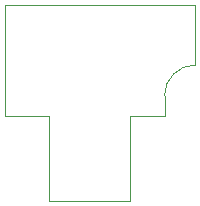
<source format=gbr>
%TF.GenerationSoftware,KiCad,Pcbnew,(5.1.6-0-10_14)*%
%TF.CreationDate,2021-01-18T11:29:05-08:00*%
%TF.ProjectId,lv3273_shield,6c763332-3733-45f7-9368-69656c642e6b,rev?*%
%TF.SameCoordinates,Original*%
%TF.FileFunction,Profile,NP*%
%FSLAX46Y46*%
G04 Gerber Fmt 4.6, Leading zero omitted, Abs format (unit mm)*
G04 Created by KiCad (PCBNEW (5.1.6-0-10_14)) date 2021-01-18 11:29:05*
%MOMM*%
%LPD*%
G01*
G04 APERTURE LIST*
%TA.AperFunction,Profile*%
%ADD10C,0.050000*%
%TD*%
G04 APERTURE END LIST*
D10*
X102500000Y-83700000D02*
G75*
G02*
X105100000Y-81100000I2600000J0D01*
G01*
X102500000Y-85400000D02*
X102500000Y-83700000D01*
X89000000Y-85400000D02*
X89000000Y-76000000D01*
X92700000Y-85400000D02*
X89000000Y-85400000D01*
X92700000Y-92600000D02*
X92700000Y-85400000D01*
X99600000Y-92600000D02*
X92700000Y-92600000D01*
X99600000Y-85400000D02*
X99600000Y-92600000D01*
X102500000Y-85400000D02*
X99600000Y-85400000D01*
X105100000Y-76000000D02*
X105100000Y-81100000D01*
X89000000Y-76000000D02*
X105100000Y-76000000D01*
M02*

</source>
